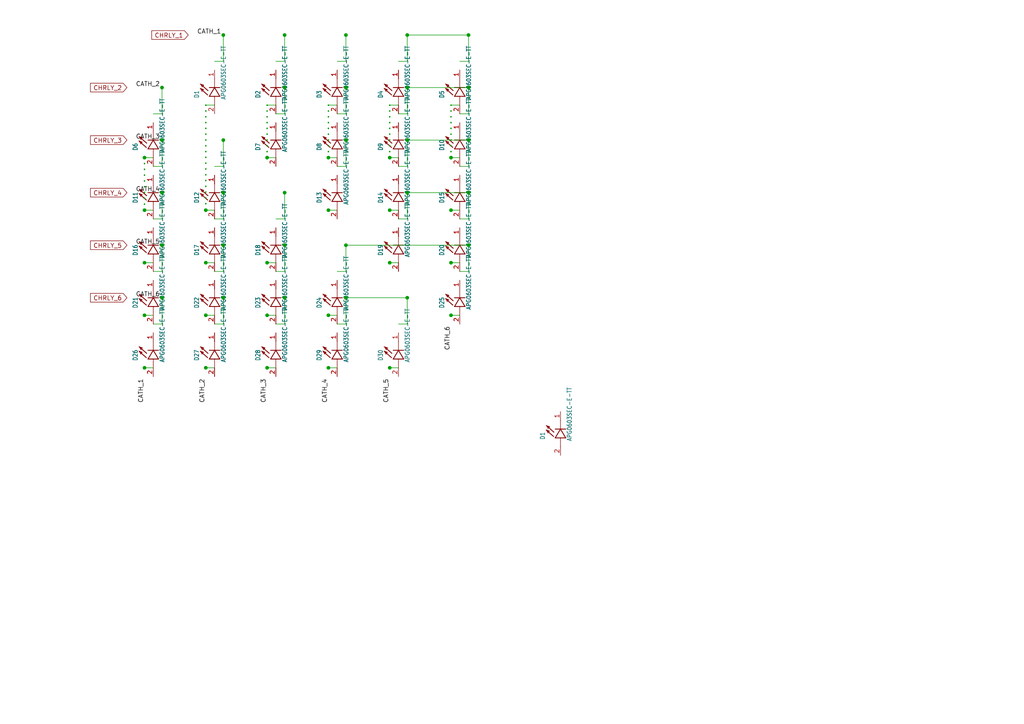
<source format=kicad_sch>
(kicad_sch (version 20231120) (generator "eeschema") (generator_version "8.0")
  (paper "A4")
  (lib_symbols
    (symbol "pre_schematic_v1-eagle-import:APG0603SEC-E-TT"
      (property "Reference" "D1" (at -3.0988 4.4958 0))
      (property "Value" "APG0603SEC-E-TT" (at -3.556 -3.302 0))
      (symbol "APG0603SEC-E-TT_1_0"
        (polyline (pts (xy -2.54 -1.524) (xy 0 0)) (stroke (width 0.254)))
        (polyline (pts (xy -2.54 0) (xy -5.08 0)) (stroke (width 0.1524)))
        (polyline (pts (xy -2.54 0) (xy -2.54 -1.524)) (stroke (width 0.254)))
        (polyline (pts (xy -2.54 1.524) (xy -2.54 0)) (stroke (width 0.254)))
        (polyline (pts (xy -0.3556 4.0386) (xy -2.1336 2.0066)) (stroke (width 0.254)))
        (polyline (pts (xy 0 0) (xy -2.54 1.524)) (stroke (width 0.254)))
        (polyline (pts (xy 0 0) (xy 0 -1.524)) (stroke (width 0.254)))
        (polyline (pts (xy 0 1.524) (xy 0 0)) (stroke (width 0.254)))
        (polyline (pts (xy 0.889 3.937) (xy -0.889 1.905)) (stroke (width 0.254)))
        (polyline (pts (xy 2.54 0) (xy 0 0)) (stroke (width 0.1524)))
        (polyline (pts (xy 0.127 3.6195) (xy 0.6985 3.1115) (xy 1.0795 4.191)) (stroke (width 0.1524)) (fill (type outline)))
        (polyline (pts (xy -1.143 3.683) (xy -0.5715 3.175) (xy -0.1905 4.1909) (xy -0.1905 4.191)) (stroke (width 0.1524)) (fill (type outline)))
        (pin passive line (at 5.08 0 180) (length 2.54) (name "K") (number "1"))
        (pin passive line (at -7.62 0 0) (length 2.54) (name "A") (number "2"))
      )
    )
  )
  (symbol (lib_id "pre_schematic_v1-eagle-import:APG0603SEC-E-TT") (at 162.56 124.46 90) (unit 1)
    (property "Reference" "D1" (at 158.0642 127.5588 0) (effects (font (size 1.27 1.0795)) (justify left bottom)))
    (property "Value" "APG0603SEC-E-TT" (at 165.862 128.016 0) (effects (font (size 1.27 1.0795)) (justify left bottom)))
    (property "Footprint" "pre_schematic_v1:LED_APG0603SEC-E-TT" (effects (hide yes)))
    (property "Description" "https://pricing.snapeda.com/parts/APG0603SEC-E-TT/Kingbright/view-part?ref=eda Check availability" (effects (hide yes)))
  )
  (symbol (lib_id "pre_schematic_v1-eagle-import:APG0603SEC-E-TT") (at 62.23 25.4 90) (unit 1)
    (property "Reference" "D1" (at 57.7342 28.4988 0) (effects (font (size 1.27 1.0795)) (justify left bottom)))
    (property "Value" "APG0603SEC-E-TT" (at 65.532 28.956 0) (effects (font (size 1.27 1.0795)) (justify left bottom)))
    (property "Footprint" "pre_schematic_v1:LED_APG0603SEC-E-TT" (effects (hide yes)))
    (property "Description" "https://pricing.snapeda.com/parts/APG0603SEC-E-TT/Kingbright/view-part?ref=eda Check availability" (effects (hide yes)))
  )
  (symbol (lib_id "pre_schematic_v1-eagle-import:APG0603SEC-E-TT") (at 80.01 25.4 90) (unit 1)
    (property "Reference" "D2" (at 75.5142 28.4988 0) (effects (font (size 1.27 1.0795)) (justify left bottom)))
    (property "Value" "APG0603SEC-E-TT" (at 83.312 28.956 0) (effects (font (size 1.27 1.0795)) (justify left bottom)))
    (property "Footprint" "pre_schematic_v1:LED_APG0603SEC-E-TT" (effects (hide yes)))
    (property "Description" "https://pricing.snapeda.com/parts/APG0603SEC-E-TT/Kingbright/view-part?ref=eda Check availability" (effects (hide yes)))
  )
  (symbol (lib_id "pre_schematic_v1-eagle-import:APG0603SEC-E-TT") (at 97.79 25.4 90) (unit 1)
    (property "Reference" "D3" (at 93.2942 28.4988 0) (effects (font (size 1.27 1.0795)) (justify left bottom)))
    (property "Value" "APG0603SEC-E-TT" (at 101.092 28.956 0) (effects (font (size 1.27 1.0795)) (justify left bottom)))
    (property "Footprint" "pre_schematic_v1:LED_APG0603SEC-E-TT" (effects (hide yes)))
    (property "Description" "https://pricing.snapeda.com/parts/APG0603SEC-E-TT/Kingbright/view-part?ref=eda Check availability" (effects (hide yes)))
  )
  (symbol (lib_id "pre_schematic_v1-eagle-import:APG0603SEC-E-TT") (at 115.57 25.4 90) (unit 1)
    (property "Reference" "D4" (at 111.0742 28.4988 0) (effects (font (size 1.27 1.0795)) (justify left bottom)))
    (property "Value" "APG0603SEC-E-TT" (at 118.872 28.956 0) (effects (font (size 1.27 1.0795)) (justify left bottom)))
    (property "Footprint" "pre_schematic_v1:LED_APG0603SEC-E-TT" (effects (hide yes)))
    (property "Description" "https://pricing.snapeda.com/parts/APG0603SEC-E-TT/Kingbright/view-part?ref=eda Check availability" (effects (hide yes)))
  )
  (symbol (lib_id "pre_schematic_v1-eagle-import:APG0603SEC-E-TT") (at 133.35 25.4 90) (unit 1)
    (property "Reference" "D5" (at 128.8542 28.4988 0) (effects (font (size 1.27 1.0795)) (justify left bottom)))
    (property "Value" "APG0603SEC-E-TT" (at 136.652 28.956 0) (effects (font (size 1.27 1.0795)) (justify left bottom)))
    (property "Footprint" "pre_schematic_v1:LED_APG0603SEC-E-TT" (effects (hide yes)))
    (property "Description" "https://pricing.snapeda.com/parts/APG0603SEC-E-TT/Kingbright/view-part?ref=eda Check availability" (effects (hide yes)))
  )
  (symbol (lib_id "pre_schematic_v1-eagle-import:APG0603SEC-E-TT") (at 44.45 40.64 90) (unit 1)
    (property "Reference" "D6" (at 39.9542 43.7388 0) (effects (font (size 1.27 1.0795)) (justify left bottom)))
    (property "Value" "APG0603SEC-E-TT" (at 47.752 44.196 0) (effects (font (size 1.27 1.0795)) (justify left bottom)))
    (property "Footprint" "pre_schematic_v1:LED_APG0603SEC-E-TT" (effects (hide yes)))
    (property "Description" "https://pricing.snapeda.com/parts/APG0603SEC-E-TT/Kingbright/view-part?ref=eda Check availability" (effects (hide yes)))
  )
  (symbol (lib_id "pre_schematic_v1-eagle-import:APG0603SEC-E-TT") (at 80.01 40.64 90) (unit 1)
    (property "Reference" "D7" (at 75.5142 43.7388 0) (effects (font (size 1.27 1.0795)) (justify left bottom)))
    (property "Value" "APG0603SEC-E-TT" (at 83.312 44.196 0) (effects (font (size 1.27 1.0795)) (justify left bottom)))
    (property "Footprint" "pre_schematic_v1:LED_APG0603SEC-E-TT" (effects (hide yes)))
    (property "Description" "https://pricing.snapeda.com/parts/APG0603SEC-E-TT/Kingbright/view-part?ref=eda Check availability" (effects (hide yes)))
  )
  (symbol (lib_id "pre_schematic_v1-eagle-import:APG0603SEC-E-TT") (at 97.79 40.64 90) (unit 1)
    (property "Reference" "D8" (at 93.2942 43.7388 0) (effects (font (size 1.27 1.0795)) (justify left bottom)))
    (property "Value" "APG0603SEC-E-TT" (at 101.092 44.196 0) (effects (font (size 1.27 1.0795)) (justify left bottom)))
    (property "Footprint" "pre_schematic_v1:LED_APG0603SEC-E-TT" (effects (hide yes)))
    (property "Description" "https://pricing.snapeda.com/parts/APG0603SEC-E-TT/Kingbright/view-part?ref=eda Check availability" (effects (hide yes)))
  )
  (symbol (lib_id "pre_schematic_v1-eagle-import:APG0603SEC-E-TT") (at 115.57 40.64 90) (unit 1)
    (property "Reference" "D9" (at 111.0742 43.7388 0) (effects (font (size 1.27 1.0795)) (justify left bottom)))
    (property "Value" "APG0603SEC-E-TT" (at 118.872 44.196 0) (effects (font (size 1.27 1.0795)) (justify left bottom)))
    (property "Footprint" "pre_schematic_v1:LED_APG0603SEC-E-TT" (effects (hide yes)))
    (property "Description" "https://pricing.snapeda.com/parts/APG0603SEC-E-TT/Kingbright/view-part?ref=eda Check availability" (effects (hide yes)))
  )
  (symbol (lib_id "pre_schematic_v1-eagle-import:APG0603SEC-E-TT") (at 133.35 40.64 90) (unit 1)
    (property "Reference" "D10" (at 128.8542 43.7388 0) (effects (font (size 1.27 1.0795)) (justify left bottom)))
    (property "Value" "APG0603SEC-E-TT" (at 136.652 44.196 0) (effects (font (size 1.27 1.0795)) (justify left bottom)))
    (property "Footprint" "pre_schematic_v1:LED_APG0603SEC-E-TT" (effects (hide yes)))
    (property "Description" "https://pricing.snapeda.com/parts/APG0603SEC-E-TT/Kingbright/view-part?ref=eda Check availability" (effects (hide yes)))
  )
  (symbol (lib_id "pre_schematic_v1-eagle-import:APG0603SEC-E-TT") (at 44.45 55.88 90) (unit 1)
    (property "Reference" "D11" (at 39.9542 58.9788 0) (effects (font (size 1.27 1.0795)) (justify left bottom)))
    (property "Value" "APG0603SEC-E-TT" (at 47.752 59.436 0) (effects (font (size 1.27 1.0795)) (justify left bottom)))
    (property "Footprint" "pre_schematic_v1:LED_APG0603SEC-E-TT" (effects (hide yes)))
    (property "Description" "https://pricing.snapeda.com/parts/APG0603SEC-E-TT/Kingbright/view-part?ref=eda Check availability" (effects (hide yes)))
  )
  (symbol (lib_id "pre_schematic_v1-eagle-import:APG0603SEC-E-TT") (at 62.23 55.88 90) (unit 1)
    (property "Reference" "D12" (at 57.7342 58.9788 0) (effects (font (size 1.27 1.0795)) (justify left bottom)))
    (property "Value" "APG0603SEC-E-TT" (at 65.532 59.436 0) (effects (font (size 1.27 1.0795)) (justify left bottom)))
    (property "Footprint" "pre_schematic_v1:LED_APG0603SEC-E-TT" (effects (hide yes)))
    (property "Description" "https://pricing.snapeda.com/parts/APG0603SEC-E-TT/Kingbright/view-part?ref=eda Check availability" (effects (hide yes)))
  )
  (symbol (lib_id "pre_schematic_v1-eagle-import:APG0603SEC-E-TT") (at 97.79 55.88 90) (unit 1)
    (property "Reference" "D13" (at 93.2942 58.9788 0) (effects (font (size 1.27 1.0795)) (justify left bottom)))
    (property "Value" "APG0603SEC-E-TT" (at 101.092 59.436 0) (effects (font (size 1.27 1.0795)) (justify left bottom)))
    (property "Footprint" "pre_schematic_v1:LED_APG0603SEC-E-TT" (effects (hide yes)))
    (property "Description" "https://pricing.snapeda.com/parts/APG0603SEC-E-TT/Kingbright/view-part?ref=eda Check availability" (effects (hide yes)))
  )
  (symbol (lib_id "pre_schematic_v1-eagle-import:APG0603SEC-E-TT") (at 115.57 55.88 90) (unit 1)
    (property "Reference" "D14" (at 111.0742 58.9788 0) (effects (font (size 1.27 1.0795)) (justify left bottom)))
    (property "Value" "APG0603SEC-E-TT" (at 118.872 59.436 0) (effects (font (size 1.27 1.0795)) (justify left bottom)))
    (property "Footprint" "pre_schematic_v1:LED_APG0603SEC-E-TT" (effects (hide yes)))
    (property "Description" "https://pricing.snapeda.com/parts/APG0603SEC-E-TT/Kingbright/view-part?ref=eda Check availability" (effects (hide yes)))
  )
  (symbol (lib_id "pre_schematic_v1-eagle-import:APG0603SEC-E-TT") (at 133.35 55.88 90) (unit 1)
    (property "Reference" "D15" (at 128.8542 58.9788 0) (effects (font (size 1.27 1.0795)) (justify left bottom)))
    (property "Value" "APG0603SEC-E-TT" (at 136.652 59.436 0) (effects (font (size 1.27 1.0795)) (justify left bottom)))
    (property "Footprint" "pre_schematic_v1:LED_APG0603SEC-E-TT" (effects (hide yes)))
    (property "Description" "https://pricing.snapeda.com/parts/APG0603SEC-E-TT/Kingbright/view-part?ref=eda Check availability" (effects (hide yes)))
  )
  (symbol (lib_id "pre_schematic_v1-eagle-import:APG0603SEC-E-TT") (at 44.45 71.12 90) (unit 1)
    (property "Reference" "D16" (at 39.9542 74.2188 0) (effects (font (size 1.27 1.0795)) (justify left bottom)))
    (property "Value" "APG0603SEC-E-TT" (at 47.752 74.676 0) (effects (font (size 1.27 1.0795)) (justify left bottom)))
    (property "Footprint" "pre_schematic_v1:LED_APG0603SEC-E-TT" (effects (hide yes)))
    (property "Description" "https://pricing.snapeda.com/parts/APG0603SEC-E-TT/Kingbright/view-part?ref=eda Check availability" (effects (hide yes)))
  )
  (symbol (lib_id "pre_schematic_v1-eagle-import:APG0603SEC-E-TT") (at 62.23 71.12 90) (unit 1)
    (property "Reference" "D17" (at 57.7342 74.2188 0) (effects (font (size 1.27 1.0795)) (justify left bottom)))
    (property "Value" "APG0603SEC-E-TT" (at 65.532 74.676 0) (effects (font (size 1.27 1.0795)) (justify left bottom)))
    (property "Footprint" "pre_schematic_v1:LED_APG0603SEC-E-TT" (effects (hide yes)))
    (property "Description" "https://pricing.snapeda.com/parts/APG0603SEC-E-TT/Kingbright/view-part?ref=eda Check availability" (effects (hide yes)))
  )
  (symbol (lib_id "pre_schematic_v1-eagle-import:APG0603SEC-E-TT") (at 80.01 71.12 90) (unit 1)
    (property "Reference" "D18" (at 75.5142 74.2188 0) (effects (font (size 1.27 1.0795)) (justify left bottom)))
    (property "Value" "APG0603SEC-E-TT" (at 83.312 74.676 0) (effects (font (size 1.27 1.0795)) (justify left bottom)))
    (property "Footprint" "pre_schematic_v1:LED_APG0603SEC-E-TT" (effects (hide yes)))
    (property "Description" "https://pricing.snapeda.com/parts/APG0603SEC-E-TT/Kingbright/view-part?ref=eda Check availability" (effects (hide yes)))
  )
  (symbol (lib_id "pre_schematic_v1-eagle-import:APG0603SEC-E-TT") (at 115.57 71.12 90) (unit 1)
    (property "Reference" "D19" (at 111.0742 74.2188 0) (effects (font (size 1.27 1.0795)) (justify left bottom)))
    (property "Value" "APG0603SEC-E-TT" (at 118.872 74.676 0) (effects (font (size 1.27 1.0795)) (justify left bottom)))
    (property "Footprint" "pre_schematic_v1:LED_APG0603SEC-E-TT" (effects (hide yes)))
    (property "Description" "https://pricing.snapeda.com/parts/APG0603SEC-E-TT/Kingbright/view-part?ref=eda Check availability" (effects (hide yes)))
  )
  (symbol (lib_id "pre_schematic_v1-eagle-import:APG0603SEC-E-TT") (at 133.35 71.12 90) (unit 1)
    (property "Reference" "D20" (at 128.8542 74.2188 0) (effects (font (size 1.27 1.0795)) (justify left bottom)))
    (property "Value" "APG0603SEC-E-TT" (at 136.652 74.676 0) (effects (font (size 1.27 1.0795)) (justify left bottom)))
    (property "Footprint" "pre_schematic_v1:LED_APG0603SEC-E-TT" (effects (hide yes)))
    (property "Description" "https://pricing.snapeda.com/parts/APG0603SEC-E-TT/Kingbright/view-part?ref=eda Check availability" (effects (hide yes)))
  )
  (symbol (lib_id "pre_schematic_v1-eagle-import:APG0603SEC-E-TT") (at 44.45 86.36 90) (unit 1)
    (property "Reference" "D21" (at 39.9542 89.4588 0) (effects (font (size 1.27 1.0795)) (justify left bottom)))
    (property "Value" "APG0603SEC-E-TT" (at 47.752 89.916 0) (effects (font (size 1.27 1.0795)) (justify left bottom)))
    (property "Footprint" "pre_schematic_v1:LED_APG0603SEC-E-TT" (effects (hide yes)))
    (property "Description" "https://pricing.snapeda.com/parts/APG0603SEC-E-TT/Kingbright/view-part?ref=eda Check availability" (effects (hide yes)))
  )
  (symbol (lib_id "pre_schematic_v1-eagle-import:APG0603SEC-E-TT") (at 62.23 86.36 90) (unit 1)
    (property "Reference" "D22" (at 57.7342 89.4588 0) (effects (font (size 1.27 1.0795)) (justify left bottom)))
    (property "Value" "APG0603SEC-E-TT" (at 65.532 89.916 0) (effects (font (size 1.27 1.0795)) (justify left bottom)))
    (property "Footprint" "pre_schematic_v1:LED_APG0603SEC-E-TT" (effects (hide yes)))
    (property "Description" "https://pricing.snapeda.com/parts/APG0603SEC-E-TT/Kingbright/view-part?ref=eda Check availability" (effects (hide yes)))
  )
  (symbol (lib_id "pre_schematic_v1-eagle-import:APG0603SEC-E-TT") (at 80.01 86.36 90) (unit 1)
    (property "Reference" "D23" (at 75.5142 89.4588 0) (effects (font (size 1.27 1.0795)) (justify left bottom)))
    (property "Value" "APG0603SEC-E-TT" (at 83.312 89.916 0) (effects (font (size 1.27 1.0795)) (justify left bottom)))
    (property "Footprint" "pre_schematic_v1:LED_APG0603SEC-E-TT" (effects (hide yes)))
    (property "Description" "https://pricing.snapeda.com/parts/APG0603SEC-E-TT/Kingbright/view-part?ref=eda Check availability" (effects (hide yes)))
  )
  (symbol (lib_id "pre_schematic_v1-eagle-import:APG0603SEC-E-TT") (at 97.79 86.36 90) (unit 1)
    (property "Reference" "D24" (at 93.2942 89.4588 0) (effects (font (size 1.27 1.0795)) (justify left bottom)))
    (property "Value" "APG0603SEC-E-TT" (at 101.092 89.916 0) (effects (font (size 1.27 1.0795)) (justify left bottom)))
    (property "Footprint" "pre_schematic_v1:LED_APG0603SEC-E-TT" (effects (hide yes)))
    (property "Description" "https://pricing.snapeda.com/parts/APG0603SEC-E-TT/Kingbright/view-part?ref=eda Check availability" (effects (hide yes)))
  )
  (symbol (lib_id "pre_schematic_v1-eagle-import:APG0603SEC-E-TT") (at 133.35 86.36 90) (unit 1)
    (property "Reference" "D25" (at 128.8542 89.4588 0) (effects (font (size 1.27 1.0795)) (justify left bottom)))
    (property "Value" "APG0603SEC-E-TT" (at 136.652 89.916 0) (effects (font (size 1.27 1.0795)) (justify left bottom)))
    (property "Footprint" "pre_schematic_v1:LED_APG0603SEC-E-TT" (effects (hide yes)))
    (property "Description" "https://pricing.snapeda.com/parts/APG0603SEC-E-TT/Kingbright/view-part?ref=eda Check availability" (effects (hide yes)))
  )
  (symbol (lib_id "pre_schematic_v1-eagle-import:APG0603SEC-E-TT") (at 44.45 101.6 90) (unit 1)
    (property "Reference" "D26" (at 39.9542 104.6988 0) (effects (font (size 1.27 1.0795)) (justify left bottom)))
    (property "Value" "APG0603SEC-E-TT" (at 47.752 105.156 0) (effects (font (size 1.27 1.0795)) (justify left bottom)))
    (property "Footprint" "pre_schematic_v1:LED_APG0603SEC-E-TT" (effects (hide yes)))
    (property "Description" "https://pricing.snapeda.com/parts/APG0603SEC-E-TT/Kingbright/view-part?ref=eda Check availability" (effects (hide yes)))
  )
  (symbol (lib_id "pre_schematic_v1-eagle-import:APG0603SEC-E-TT") (at 62.23 101.6 90) (unit 1)
    (property "Reference" "D27" (at 57.7342 104.6988 0) (effects (font (size 1.27 1.0795)) (justify left bottom)))
    (property "Value" "APG0603SEC-E-TT" (at 65.532 105.156 0) (effects (font (size 1.27 1.0795)) (justify left bottom)))
    (property "Footprint" "pre_schematic_v1:LED_APG0603SEC-E-TT" (effects (hide yes)))
    (property "Description" "https://pricing.snapeda.com/parts/APG0603SEC-E-TT/Kingbright/view-part?ref=eda Check availability" (effects (hide yes)))
  )
  (symbol (lib_id "pre_schematic_v1-eagle-import:APG0603SEC-E-TT") (at 80.01 101.6 90) (unit 1)
    (property "Reference" "D28" (at 75.5142 104.6988 0) (effects (font (size 1.27 1.0795)) (justify left bottom)))
    (property "Value" "APG0603SEC-E-TT" (at 83.312 105.156 0) (effects (font (size 1.27 1.0795)) (justify left bottom)))
    (property "Footprint" "pre_schematic_v1:LED_APG0603SEC-E-TT" (effects (hide yes)))
    (property "Description" "https://pricing.snapeda.com/parts/APG0603SEC-E-TT/Kingbright/view-part?ref=eda Check availability" (effects (hide yes)))
  )
  (symbol (lib_id "pre_schematic_v1-eagle-import:APG0603SEC-E-TT") (at 97.79 101.6 90) (unit 1)
    (property "Reference" "D29" (at 93.2942 104.6988 0) (effects (font (size 1.27 1.0795)) (justify left bottom)))
    (property "Value" "APG0603SEC-E-TT" (at 101.092 105.156 0) (effects (font (size 1.27 1.0795)) (justify left bottom)))
    (property "Footprint" "pre_schematic_v1:LED_APG0603SEC-E-TT" (effects (hide yes)))
    (property "Description" "https://pricing.snapeda.com/parts/APG0603SEC-E-TT/Kingbright/view-part?ref=eda Check availability" (effects (hide yes)))
  )
  (symbol (lib_id "pre_schematic_v1-eagle-import:APG0603SEC-E-TT") (at 115.57 101.6 90) (unit 1)
    (property "Reference" "D30" (at 111.0742 104.6988 0) (effects (font (size 1.27 1.0795)) (justify left bottom)))
    (property "Value" "APG0603SEC-E-TT" (at 118.872 105.156 0) (effects (font (size 1.27 1.0795)) (justify left bottom)))
    (property "Footprint" "pre_schematic_v1:LED_APG0603SEC-E-TT" (effects (hide yes)))
    (property "Description" "https://pricing.snapeda.com/parts/APG0603SEC-E-TT/Kingbright/view-part?ref=eda Check availability" (effects (hide yes)))
  )
  (wire (pts (xy 62.23 30.48) (xy 59.69 30.48)))
  (wire (pts (xy 62.23 17.78) (xy 64.77 17.78)))
  (wire (pts (xy 64.77 17.78) (xy 64.77 10.16)))
  (wire (pts (xy 80.01 30.48) (xy 77.47 30.48)))
  (wire (pts (xy 80.01 17.78) (xy 82.55 17.78)))
  (wire (pts (xy 82.55 17.78) (xy 82.55 10.16)))
  (wire (pts (xy 97.79 30.48) (xy 95.25 30.48)))
  (wire (pts (xy 97.79 17.78) (xy 100.33 17.78)))
  (wire (pts (xy 100.33 17.78) (xy 100.33 10.16)))
  (wire (pts (xy 115.57 30.48) (xy 113.03 30.48)))
  (wire (pts (xy 115.57 17.78) (xy 118.11 17.78)))
  (wire (pts (xy 118.11 17.78) (xy 118.11 10.16)))
  (wire (pts (xy 133.35 30.48) (xy 130.81 30.48)))
  (wire (pts (xy 133.35 17.78) (xy 135.89 17.78)))
  (wire (pts (xy 135.89 17.78) (xy 135.89 10.16)))
  (wire (pts (xy 44.45 45.72) (xy 41.91 45.72)))
  (wire (pts (xy 44.45 33.02) (xy 46.99 33.02)))
  (wire (pts (xy 46.99 33.02) (xy 46.99 25.4)))
  (wire (pts (xy 80.01 45.72) (xy 77.47 45.72)))
  (wire (pts (xy 80.01 33.02) (xy 82.55 33.02)))
  (wire (pts (xy 82.55 33.02) (xy 82.55 25.4)))
  (wire (pts (xy 97.79 45.72) (xy 95.25 45.72)))
  (wire (pts (xy 97.79 33.02) (xy 100.33 33.02)))
  (wire (pts (xy 100.33 33.02) (xy 100.33 25.4)))
  (wire (pts (xy 115.57 45.72) (xy 113.03 45.72)))
  (wire (pts (xy 115.57 33.02) (xy 118.11 33.02)))
  (wire (pts (xy 118.11 33.02) (xy 118.11 25.4)))
  (wire (pts (xy 133.35 45.72) (xy 130.81 45.72)))
  (wire (pts (xy 133.35 33.02) (xy 135.89 33.02)))
  (wire (pts (xy 135.89 33.02) (xy 135.89 25.4)))
  (wire (pts (xy 44.45 60.96) (xy 41.91 60.96)))
  (wire (pts (xy 44.45 48.26) (xy 46.99 48.26)))
  (wire (pts (xy 46.99 48.26) (xy 46.99 40.64)))
  (wire (pts (xy 62.23 60.96) (xy 59.69 60.96)))
  (wire (pts (xy 62.23 48.26) (xy 64.77 48.26)))
  (wire (pts (xy 64.77 48.26) (xy 64.77 40.64)))
  (wire (pts (xy 97.79 60.96) (xy 95.25 60.96)))
  (wire (pts (xy 97.79 48.26) (xy 100.33 48.26)))
  (wire (pts (xy 100.33 48.26) (xy 100.33 40.64)))
  (wire (pts (xy 115.57 60.96) (xy 113.03 60.96)))
  (wire (pts (xy 115.57 48.26) (xy 118.11 48.26)))
  (wire (pts (xy 118.11 48.26) (xy 118.11 40.64)))
  (wire (pts (xy 133.35 60.96) (xy 130.81 60.96)))
  (wire (pts (xy 133.35 48.26) (xy 135.89 48.26)))
  (wire (pts (xy 135.89 48.26) (xy 135.89 40.64)))
  (wire (pts (xy 44.45 76.2) (xy 41.91 76.2)))
  (wire (pts (xy 44.45 63.5) (xy 46.99 63.5)))
  (wire (pts (xy 46.99 63.5) (xy 46.99 55.88)))
  (wire (pts (xy 62.23 76.2) (xy 59.69 76.2)))
  (wire (pts (xy 62.23 63.5) (xy 64.77 63.5)))
  (wire (pts (xy 64.77 63.5) (xy 64.77 55.88)))
  (wire (pts (xy 80.01 76.2) (xy 77.47 76.2)))
  (wire (pts (xy 80.01 63.5) (xy 82.55 63.5)))
  (wire (pts (xy 82.55 63.5) (xy 82.55 55.88)))
  (wire (pts (xy 115.57 76.2) (xy 113.03 76.2)))
  (wire (pts (xy 115.57 63.5) (xy 118.11 63.5)))
  (wire (pts (xy 118.11 63.5) (xy 118.11 55.88)))
  (wire (pts (xy 133.35 76.2) (xy 130.81 76.2)))
  (wire (pts (xy 133.35 63.5) (xy 135.89 63.5)))
  (wire (pts (xy 135.89 63.5) (xy 135.89 55.88)))
  (wire (pts (xy 44.45 91.44) (xy 41.91 91.44)))
  (wire (pts (xy 44.45 78.74) (xy 46.99 78.74)))
  (wire (pts (xy 46.99 78.74) (xy 46.99 71.12)))
  (wire (pts (xy 62.23 91.44) (xy 59.69 91.44)))
  (wire (pts (xy 62.23 78.74) (xy 64.77 78.74)))
  (wire (pts (xy 64.77 78.74) (xy 64.77 71.12)))
  (wire (pts (xy 80.01 91.44) (xy 77.47 91.44)))
  (wire (pts (xy 80.01 78.74) (xy 82.55 78.74)))
  (wire (pts (xy 82.55 78.74) (xy 82.55 71.12)))
  (wire (pts (xy 97.79 91.44) (xy 95.25 91.44)))
  (wire (pts (xy 97.79 78.74) (xy 100.33 78.74)))
  (wire (pts (xy 100.33 78.74) (xy 100.33 71.12)))
  (wire (pts (xy 133.35 91.44) (xy 130.81 91.44)))
  (wire (pts (xy 133.35 78.74) (xy 135.89 78.74)))
  (wire (pts (xy 135.89 78.74) (xy 135.89 71.12)))
  (wire (pts (xy 44.45 106.68) (xy 41.91 106.68)))
  (wire (pts (xy 44.45 93.98) (xy 46.99 93.98)))
  (wire (pts (xy 46.99 93.98) (xy 46.99 86.36)))
  (wire (pts (xy 62.23 106.68) (xy 59.69 106.68)))
  (wire (pts (xy 62.23 93.98) (xy 64.77 93.98)))
  (wire (pts (xy 64.77 93.98) (xy 64.77 86.36)))
  (wire (pts (xy 80.01 106.68) (xy 77.47 106.68)))
  (wire (pts (xy 80.01 93.98) (xy 82.55 93.98)))
  (wire (pts (xy 82.55 93.98) (xy 82.55 86.36)))
  (wire (pts (xy 97.79 106.68) (xy 95.25 106.68)))
  (wire (pts (xy 97.79 93.98) (xy 100.33 93.98)))
  (wire (pts (xy 100.33 93.98) (xy 100.33 86.36)))
  (wire (pts (xy 115.57 106.68) (xy 113.03 106.68)))
  (wire (pts (xy 115.57 93.98) (xy 118.11 93.98)))
  (wire (pts (xy 118.11 93.98) (xy 118.11 86.36)))
  (wire (pts (xy 135.89 10.16) (xy 54.61 10.16)))
  (junction (at 64.77 10.16))
  (junction (at 82.55 10.16))
  (junction (at 100.33 10.16))
  (junction (at 118.11 10.16))
  (junction (at 135.89 10.16))
  (global_label "CHRLY_1" (shape input) (at 54.61 10.16 180) (property "Intersheetrefs" "${INTERSHEET_REFS}" (effects hide)))
  (wire (pts (xy 135.89 25.4) (xy 36.83 25.4)))
  (junction (at 46.99 25.4))
  (junction (at 82.55 25.4))
  (junction (at 100.33 25.4))
  (junction (at 118.11 25.4))
  (junction (at 135.89 25.4))
  (global_label "CHRLY_2" (shape input) (at 36.83 25.4 180) (property "Intersheetrefs" "${INTERSHEET_REFS}" (effects hide)))
  (wire (pts (xy 135.89 40.64) (xy 36.83 40.64)))
  (junction (at 46.99 40.64))
  (junction (at 64.77 40.64))
  (junction (at 100.33 40.64))
  (junction (at 118.11 40.64))
  (junction (at 135.89 40.64))
  (global_label "CHRLY_3" (shape input) (at 36.83 40.64 180) (property "Intersheetrefs" "${INTERSHEET_REFS}" (effects hide)))
  (wire (pts (xy 135.89 55.88) (xy 36.83 55.88)))
  (junction (at 46.99 55.88))
  (junction (at 64.77 55.88))
  (junction (at 82.55 55.88))
  (junction (at 118.11 55.88))
  (junction (at 135.89 55.88))
  (global_label "CHRLY_4" (shape input) (at 36.83 55.88 180) (property "Intersheetrefs" "${INTERSHEET_REFS}" (effects hide)))
  (wire (pts (xy 135.89 71.12) (xy 36.83 71.12)))
  (junction (at 46.99 71.12))
  (junction (at 64.77 71.12))
  (junction (at 82.55 71.12))
  (junction (at 100.33 71.12))
  (junction (at 135.89 71.12))
  (global_label "CHRLY_5" (shape input) (at 36.83 71.12 180) (property "Intersheetrefs" "${INTERSHEET_REFS}" (effects hide)))
  (wire (pts (xy 118.11 86.36) (xy 36.83 86.36)))
  (junction (at 46.99 86.36))
  (junction (at 64.77 86.36))
  (junction (at 82.55 86.36))
  (junction (at 100.33 86.36))
  (junction (at 118.11 86.36))
  (global_label "CHRLY_6" (shape input) (at 36.83 86.36 180) (property "Intersheetrefs" "${INTERSHEET_REFS}" (effects hide)))
  (wire (pts (xy 41.91 45.72) (xy 41.91 116.84)) (stroke (width 0.4) (type dot)))
  (junction (at 41.91 45.72))
  (junction (at 41.91 60.96))
  (junction (at 41.91 76.2))
  (junction (at 41.91 91.44))
  (junction (at 41.91 106.68))
  (wire (pts (xy 59.69 30.48) (xy 59.69 116.84)) (stroke (width 0.4) (type dot)))
  (junction (at 59.69 60.96))
  (junction (at 59.69 76.2))
  (junction (at 59.69 91.44))
  (junction (at 59.69 106.68))
  (wire (pts (xy 77.47 30.48) (xy 77.47 116.84)) (stroke (width 0.4) (type dot)))
  (junction (at 77.47 45.72))
  (junction (at 77.47 76.2))
  (junction (at 77.47 91.44))
  (junction (at 77.47 106.68))
  (wire (pts (xy 95.25 30.48) (xy 95.25 116.84)) (stroke (width 0.4) (type dot)))
  (junction (at 95.25 45.72))
  (junction (at 95.25 60.96))
  (junction (at 95.25 91.44))
  (junction (at 95.25 106.68))
  (wire (pts (xy 113.03 30.48) (xy 113.03 116.84)) (stroke (width 0.4) (type dot)))
  (junction (at 113.03 45.72))
  (junction (at 113.03 60.96))
  (junction (at 113.03 76.2))
  (junction (at 113.03 106.68))
  (wire (pts (xy 130.81 30.48) (xy 130.81 101.6)) (stroke (width 0.4) (type dot)))
  (junction (at 130.81 45.72))
  (junction (at 130.81 60.96))
  (junction (at 130.81 76.2))
  (junction (at 130.81 91.44))
  (label "CATH_1" (at 41.91 116.84 90))
  (label "CATH_2" (at 59.69 116.84 90))
  (label "CATH_3" (at 77.47 116.84 90))
  (label "CATH_4" (at 95.25 116.84 90))
  (label "CATH_5" (at 113.03 116.84 90))
  (label "CATH_6" (at 130.81 101.6 90))
  (label "CATH_1" (at 57.15 10.16 0))
  (label "CATH_2" (at 39.37 25.4 0))
  (label "CATH_3" (at 39.37 40.64 0))
  (label "CATH_4" (at 39.37 55.88 0))
  (label "CATH_5" (at 39.37 71.12 0))
  (label "CATH_6" (at 39.37 86.36 0))
)
</source>
